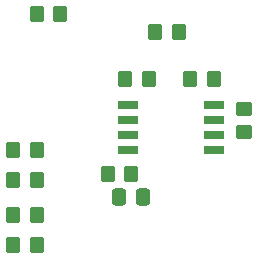
<source format=gbr>
G04 #@! TF.GenerationSoftware,KiCad,Pcbnew,8.0.7*
G04 #@! TF.CreationDate,2025-01-23T10:02:07+01:00*
G04 #@! TF.ProjectId,hackaday-eu-2025-sao-doge,6861636b-6164-4617-992d-65752d323032,rev?*
G04 #@! TF.SameCoordinates,Original*
G04 #@! TF.FileFunction,Paste,Top*
G04 #@! TF.FilePolarity,Positive*
%FSLAX46Y46*%
G04 Gerber Fmt 4.6, Leading zero omitted, Abs format (unit mm)*
G04 Created by KiCad (PCBNEW 8.0.7) date 2025-01-23 10:02:07*
%MOMM*%
%LPD*%
G01*
G04 APERTURE LIST*
G04 Aperture macros list*
%AMRoundRect*
0 Rectangle with rounded corners*
0 $1 Rounding radius*
0 $2 $3 $4 $5 $6 $7 $8 $9 X,Y pos of 4 corners*
0 Add a 4 corners polygon primitive as box body*
4,1,4,$2,$3,$4,$5,$6,$7,$8,$9,$2,$3,0*
0 Add four circle primitives for the rounded corners*
1,1,$1+$1,$2,$3*
1,1,$1+$1,$4,$5*
1,1,$1+$1,$6,$7*
1,1,$1+$1,$8,$9*
0 Add four rect primitives between the rounded corners*
20,1,$1+$1,$2,$3,$4,$5,0*
20,1,$1+$1,$4,$5,$6,$7,0*
20,1,$1+$1,$6,$7,$8,$9,0*
20,1,$1+$1,$8,$9,$2,$3,0*%
G04 Aperture macros list end*
%ADD10RoundRect,0.250000X-0.350000X-0.450000X0.350000X-0.450000X0.350000X0.450000X-0.350000X0.450000X0*%
%ADD11RoundRect,0.250000X0.350000X0.450000X-0.350000X0.450000X-0.350000X-0.450000X0.350000X-0.450000X0*%
%ADD12R,1.700000X0.650000*%
%ADD13RoundRect,0.250000X0.450000X-0.350000X0.450000X0.350000X-0.450000X0.350000X-0.450000X-0.350000X0*%
%ADD14RoundRect,0.250000X0.337500X0.475000X-0.337500X0.475000X-0.337500X-0.475000X0.337500X-0.475000X0*%
G04 APERTURE END LIST*
D10*
X122000000Y-59500000D03*
X124000000Y-59500000D03*
X122000000Y-62000000D03*
X124000000Y-62000000D03*
D11*
X133500000Y-48000000D03*
X131500000Y-48000000D03*
D10*
X136000000Y-44000000D03*
X134000000Y-44000000D03*
X122000000Y-56500000D03*
X124000000Y-56500000D03*
X122000000Y-54000000D03*
X124000000Y-54000000D03*
D12*
X131700000Y-50190000D03*
X131700000Y-51460000D03*
X131700000Y-52730000D03*
X131700000Y-54000000D03*
X139000000Y-54000000D03*
X139000000Y-52730000D03*
X139000000Y-51460000D03*
X139000000Y-50190000D03*
D13*
X141500000Y-52500000D03*
X141500000Y-50500000D03*
D11*
X132000000Y-56000000D03*
X130000000Y-56000000D03*
D10*
X137000000Y-48000000D03*
X139000000Y-48000000D03*
D11*
X126000000Y-42500000D03*
X124000000Y-42500000D03*
D14*
X133000000Y-58000000D03*
X130925000Y-58000000D03*
M02*

</source>
